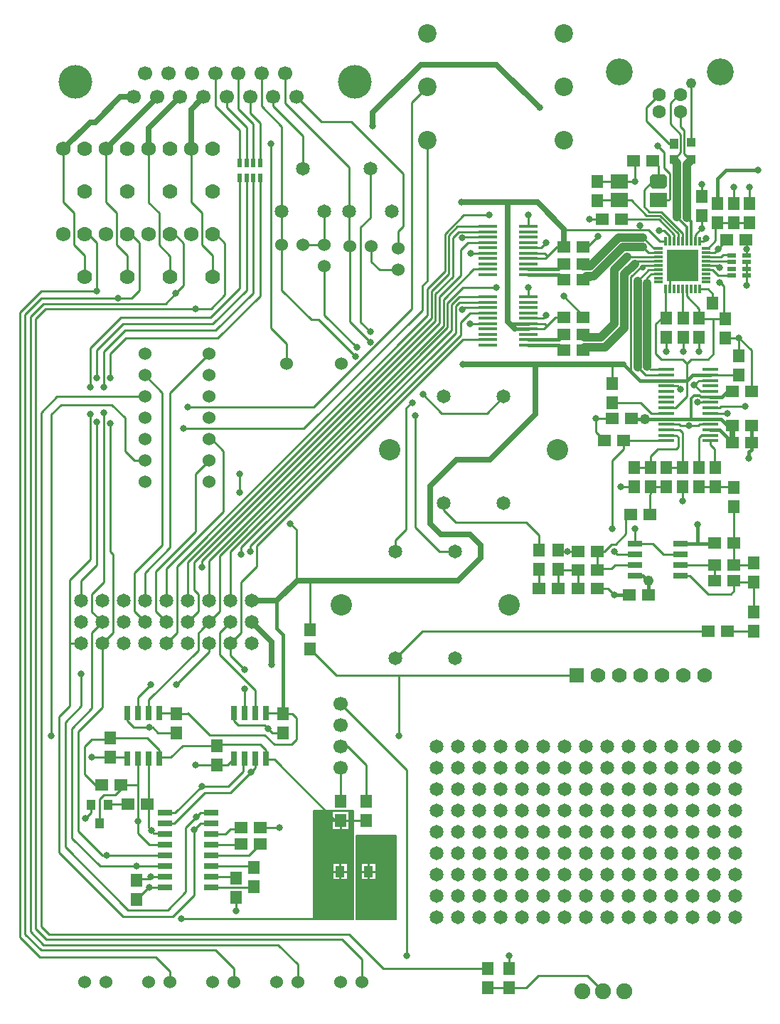
<source format=gbr>
G04 DesignSpark PCB Gerber Version 9.0 Build 5138 *
G04 #@! TF.Part,Single*
G04 #@! TF.FileFunction,Copper,L1,Top *
G04 #@! TF.FilePolarity,Positive *
%FSLAX35Y35*%
%MOIN*%
G04 #@! TA.AperFunction,SMDPad,CuDef*
%ADD105R,0.01299X0.04232*%
%ADD76R,0.02165X0.04331*%
%ADD113R,0.02913X0.06654*%
%ADD103R,0.03150X0.04528*%
%ADD79R,0.04000X0.04800*%
%ADD101R,0.04000X0.05000*%
%ADD115R,0.04370X0.05197*%
%ADD70R,0.05500X0.06000*%
%ADD102R,0.04000X0.04000*%
G04 #@! TA.AperFunction,ComponentPad*
%ADD27R,0.07000X0.07000*%
G04 #@! TA.AperFunction,SMDPad,CuDef*
%ADD106R,0.14567X0.14567*%
G04 #@! TD.AperFunction*
%ADD10C,0.00500*%
%ADD11C,0.01000*%
%ADD98C,0.01200*%
%ADD16C,0.01500*%
%ADD100C,0.01800*%
%ADD12C,0.02500*%
G04 #@! TA.AperFunction,ViaPad*
%ADD15C,0.02900*%
%ADD14C,0.03200*%
G04 #@! TD.AperFunction*
%ADD99C,0.04000*%
G04 #@! TA.AperFunction,ViaPad*
%ADD13C,0.04800*%
G04 #@! TA.AperFunction,ComponentPad*
%ADD24C,0.06000*%
%ADD18C,0.06299*%
G04 #@! TA.AperFunction,WasherPad*
%ADD17C,0.06500*%
G04 #@! TA.AperFunction,ComponentPad*
%ADD73C,0.06693*%
%ADD72C,0.06890*%
%ADD28C,0.07000*%
%ADD29C,0.07500*%
%ADD77C,0.08661*%
%ADD81C,0.10000*%
%ADD19C,0.12598*%
G04 #@! TA.AperFunction,SMDPad,CuDef*
%AMT109*0 Chamfered Rectangle Pad at angle 90*4,1,8,0.04134,-0.02165,0.04134,0.02165,0.02953,0.03346,-0.02953,0.03346,-0.04134,0.02165,-0.04134,-0.02165,-0.02953,-0.03346,0.02953,-0.03346,0.04134,-0.02165,0*%
%ADD109T109*%
%ADD104R,0.04232X0.01299*%
%ADD112R,0.09134X0.01575*%
%ADD110R,0.07559X0.01772*%
%ADD107R,0.04331X0.02165*%
%ADD114R,0.06890X0.02756*%
%ADD111R,0.06654X0.02913*%
%ADD71R,0.06000X0.05500*%
%ADD108R,0.08268X0.06693*%
G04 #@! TA.AperFunction,ComponentPad*
%ADD74C,0.15748*%
X0Y0D02*
D02*
D10*
X159000Y203074D02*
Y152074D01*
X177500*
Y203074*
X159000*
X167500Y202824D02*
X175500D01*
Y194324*
X167500*
Y202824*
X167931Y178422D02*
X174801D01*
Y170726*
X167931*
Y178422*
X159250Y174574D02*
G36*
Y152324D01*
X177250*
Y174574*
X174801*
Y170726*
X167931*
Y174574*
X159250*
G37*
Y198574D02*
G36*
Y174574D01*
X167931*
Y178422*
X174801*
Y174574*
X177250*
Y198574*
X175500*
Y194324*
X167500*
Y198574*
X159250*
G37*
Y202824D02*
G36*
Y198574D01*
X167500*
Y202824*
X159250*
G37*
X175500D02*
G36*
Y198574D01*
X177250*
Y202824*
X175500*
G37*
X179000Y191574D02*
Y152074D01*
X197500*
Y191574*
X179000*
X181199Y178422D02*
X188069D01*
Y170726*
X181199*
Y178422*
X179250Y174574D02*
G36*
Y152324D01*
X197250*
Y174574*
X188069*
Y170726*
X181199*
Y174574*
X179250*
G37*
Y191324D02*
G36*
Y174574D01*
X181199*
Y178422*
X188069*
Y174574*
X197250*
Y191324*
X179250*
G37*
D02*
D11*
X41701Y513074D02*
Y488091D01*
X46719Y483074*
Y468074*
X51701Y463091*
Y453074*
X49827Y281428D02*
X44500D01*
X54216Y388897D02*
Y320793D01*
X44500Y311077*
Y287574*
Y281428*
X54500Y205874D02*
Y202074D01*
X52000Y199574*
X55000Y228074D02*
X63500D01*
X57340Y385148D02*
Y318294D01*
X49827Y310781*
Y301428*
X57340Y446379D02*
Y469123D01*
X53389Y473074*
X51701*
X58500Y197174D02*
Y208574D01*
X60500Y210574*
X66000*
X68500Y213074*
Y215074*
X59500D02*
X56500D01*
X51500Y220074*
Y233074*
X55000Y236574*
X63000*
X63500Y237074*
X60464Y389522D02*
Y310038D01*
X55000Y304574*
Y296254*
X59827Y291428*
X61701Y513074D02*
Y488085D01*
X66712Y483074*
Y468074*
X71701Y463085*
Y453074*
X62000Y182074D02*
X60000D01*
X48500Y193574*
Y240074*
X59827Y251401*
Y281428*
X63500Y228074D02*
X70870D01*
X71500Y227444*
X63500Y237074D02*
X81000D01*
X86500Y231574*
Y227444*
X63588Y384523D02*
Y324542D01*
X64838Y323293*
Y286439*
X59827Y281428*
X67337Y443255D02*
X73709D01*
X77334Y446880*
Y469123*
X73383Y473074*
X71701*
X68500Y215074D02*
X76500D01*
X71500Y248704D02*
Y245074D01*
X74500Y242074*
X82000*
X72000Y206074D02*
X62700D01*
X62500Y205874*
X76000Y177074D02*
X58750D01*
X45500Y190324*
Y241574*
X55000Y251074*
Y286601*
X59827Y291428*
X76500Y198074D02*
Y192574D01*
X82000Y187074*
X89173*
X76500Y215074D02*
Y198074D01*
Y227444D02*
Y215074D01*
X79828Y367022D02*
X74841D01*
X70461Y371402*
Y387022*
X64213Y393270*
X40498*
X36000Y388772*
Y238074*
X79828Y397022D02*
X38599D01*
X31098Y389522*
Y148972*
X34847Y145224*
X175428*
X191546Y129105*
X240404*
X79828Y407022D02*
X87956Y398895D01*
Y327666*
X74835Y314545*
Y296420*
X79827Y291428*
X81500Y227444D02*
Y195074D01*
X82750Y193824*
X82000Y167074D02*
X81500D01*
X76000Y161574*
X82500Y172074D02*
X81500Y171074D01*
X76500*
X76000Y170574*
X82500Y262074D02*
X76500Y256074D01*
Y248704*
X82750Y193824D02*
X84000Y192574D01*
X88673*
X89173Y192074*
X86500Y248704D02*
X94370D01*
X94500Y248574*
X89173Y167074D02*
X82000D01*
X89173Y172074D02*
X82500D01*
X89173Y177074D02*
X76000D01*
X89173Y182074D02*
X62000D01*
X89173Y202074D02*
X94000D01*
X106500Y214574*
X91495Y122726D02*
Y127938D01*
X84831Y134602*
X30474*
X21102Y143974*
Y436382*
X31098Y446379*
X57340*
X91701Y453074D02*
Y462873D01*
X86500Y468074*
Y483074*
X81701Y487873*
Y513074*
X94204Y445351D02*
X97952Y449100D01*
Y458074*
X94500Y239574D02*
X86000D01*
X83500Y242074*
X82000*
X97000Y152574D02*
X164500D01*
Y174574*
X171366*
X97952Y458074D02*
Y468873D01*
X93751Y473074*
X91701*
X101701Y513074D02*
Y488072D01*
X106700Y483074*
Y468074*
X111701Y463072*
Y453074*
X103000Y194074D02*
Y163574D01*
X93000Y153574*
X69500*
X39500Y183574*
Y247074*
X44500Y252074*
Y281428*
X103576Y438256D02*
X110792D01*
X117321Y444786*
Y468873*
X113120Y473074*
X111701*
X104000Y200074D02*
X99000Y195074D01*
Y165074*
X90500Y156574*
X72000*
X42500Y186074*
Y244574*
X50000Y252074*
Y267074*
X106500Y214574D02*
X119000D01*
X126000Y221574*
Y226944*
X126500Y227444*
X109827Y281428D02*
Y277401D01*
X94500Y262074*
X109827Y291428D02*
X106500Y288101D01*
Y288074*
X104750Y286324*
Y278324*
X81500Y255074*
Y248704*
X109828Y367022D02*
X103576Y360770D01*
Y333914*
X84831Y315170*
Y296423*
X89827Y291428*
X109828Y377022D02*
X111076D01*
X116696Y371402*
Y343286*
X89827Y316417*
Y301428*
X109828Y417022D02*
X91704Y398898D01*
Y326417*
X79827Y314539*
Y301428*
X110827Y167074D02*
X130500D01*
X131000Y167574*
X110827Y172074D02*
X122000D01*
X122500Y171574*
X110827Y177074D02*
X130500D01*
X131000Y176574*
X110827Y182074D02*
X128500D01*
X134000Y187574*
X110827Y187074D02*
X124500D01*
X125000Y187574*
X110827Y192074D02*
X117500D01*
X120000Y194574*
X124500*
X125000Y195074*
X110827Y197074D02*
X106000D01*
X103000Y194074*
X110827Y202074D02*
X106000D01*
X104000Y200074*
X112732Y548629D02*
Y533342D01*
X124276Y521798*
Y506617*
X113500Y224574D02*
X103500D01*
X113500Y233574D02*
X97500D01*
X92000Y228074*
X87130*
X86500Y227444*
X119827Y281428D02*
Y275747D01*
X126500Y269074*
X119827Y291428D02*
X115000Y286601D01*
Y276113*
X131500Y259613*
Y248704*
X121495Y122726D02*
Y129178D01*
X112948Y137726*
X31098*
X23601Y145224*
Y435574*
X31101Y443074*
X67156*
X67337Y443255*
X121500Y227444D02*
X118630Y224574D01*
X113500*
X121500Y248704D02*
Y245074D01*
X123500Y243074*
X136000*
X137500Y241574*
X122500Y162574D02*
Y156074D01*
X123638Y548629D02*
Y531936D01*
X130575Y524999*
Y506617*
X124194Y360781D02*
Y352033D01*
X124276Y499531D02*
Y447850D01*
X110500Y434074*
X68500*
X54216Y419790*
Y401393*
X126500Y260074D02*
Y248704D01*
X127425Y499531D02*
Y446999D01*
X111500Y431074*
X69500*
X57340Y418914*
Y405767*
X127425Y506617D02*
Y523149D01*
X118185Y532389*
Y537448*
X129500Y221074D02*
X120000Y211574D01*
X108000*
X93500Y197074*
X89173*
X130575Y499531D02*
Y445649D01*
X113000Y428074*
X70500*
X60464Y418038*
Y401393*
X131500Y227444D02*
Y223074D01*
X129500Y221074*
X133724Y499531D02*
Y444298D01*
X114000Y424574*
X71000*
X63588Y417162*
Y405767*
X133724Y506617D02*
Y525350D01*
X129091Y529983*
Y537448*
X134000Y195074D02*
X143000D01*
X134543Y548629D02*
Y533074D01*
X144000Y523617*
Y483865*
X136500Y227444D02*
Y231574D01*
X134000Y234074*
X114000*
X113500Y233574*
X136500Y248704D02*
X144306D01*
X144436Y248574*
X137500Y241574D02*
X139500Y239574D01*
X144436*
X139996Y537448D02*
Y533074D01*
X154000Y519070*
Y503865*
X144000Y468074D02*
Y446824D01*
X157750Y433074*
X161241*
X178552Y415763*
X144000Y483865D02*
X142312D01*
X144000Y482177*
Y468074*
X145449Y548629D02*
Y534465D01*
X175430Y504483*
X175425Y483865*
X146388Y412639D02*
Y421822D01*
X139000Y429210*
Y515574*
X147937Y337663D02*
X150748Y334851D01*
Y310484*
X151000Y236574D02*
Y246574D01*
X149000Y248574*
X144436*
X151000Y236574D02*
X148500Y234074D01*
X140500*
X136000Y238574*
X110130*
X100000Y248704*
X99870Y248574*
X94500*
X151495Y122726D02*
Y131043D01*
X142313Y140225*
X32348*
X26100Y146473*
Y434574*
X32100Y440574*
X89427*
X94204Y445351*
X157309Y278805D02*
X169552Y266562D01*
X199000*
X157309Y287805D02*
Y310796D01*
X164000Y458074D02*
Y435314D01*
X179177Y420137*
X164000Y468074D02*
X154000D01*
X164000Y483865D02*
Y468074D01*
X169250Y198574D02*
X167250D01*
X169681Y174574D02*
X167681D01*
X171366Y172476D02*
Y170476D01*
Y176672D02*
Y178672D01*
X171500Y196074D02*
Y194074D01*
Y198574D02*
X169000D01*
X140500Y227074*
X136870*
X136500Y227444*
X171500Y223074D02*
Y207574D01*
Y233074D02*
X175000D01*
X183500Y224574*
Y207574*
X173051Y174574D02*
X175051D01*
X173750Y198574D02*
X175750D01*
X175425Y483865D02*
X175430Y467982D01*
X175930Y467482*
Y432131*
X185425Y422636*
X181495Y122726D02*
Y133533D01*
X172304Y142724*
X33598*
X28599Y147723*
Y433574*
X33099Y438074*
X103393*
X103576Y438256*
X182949Y174574D02*
X180949D01*
X183500Y198574D02*
X171500D01*
X184634Y172476D02*
Y170476D01*
Y174574D02*
Y182190D01*
X184500Y182324*
X184634Y176672D02*
Y178672D01*
X185425Y503865D02*
Y480743D01*
X181051Y476369*
Y432008*
X185425Y427635*
X185930Y467482D02*
Y460244D01*
X189806Y456368*
X198546*
X186319Y174574D02*
X188319D01*
X197304Y324558D02*
Y330013D01*
X202294Y335004*
Y391824*
X204794Y394324*
X205250*
X198546Y466368D02*
Y474495D01*
X201045Y476994*
Y501361*
X176678Y525729*
X162621*
X150902Y537448*
X199000Y266562D02*
Y238074D01*
Y266562D02*
X282269D01*
X202500Y135074D02*
Y222074D01*
X171500Y253074*
X206500Y388074D02*
Y335848D01*
X217791Y324558*
X225304*
X212308Y517237D02*
Y451394D01*
X209792Y448878*
Y437631*
X154185Y382024*
X97952*
X212308Y542237D02*
Y542031D01*
X205000Y534723*
Y438256*
X158765Y392021*
X99827*
X219797Y347035D02*
Y343903D01*
X225412Y338288*
X258527*
X264502Y332313*
Y325074*
X240404Y120105D02*
X250404D01*
X240636Y423742D02*
X229017D01*
X132317Y327041*
Y317669*
X124819Y310172*
Y286420*
X119827Y281428*
X240636Y431242D02*
X232380D01*
X240636Y436242D02*
X232145D01*
X227911Y432008*
Y425760*
X129193Y327041*
Y324542*
X240636Y438742D02*
X229154D01*
X228536Y438124*
Y437968*
X240636Y441242D02*
X227148D01*
X225412Y439506*
Y427010*
X124819Y326417*
Y323293*
X240636Y443742D02*
X227149D01*
X223538Y440131*
Y428259*
X119827Y324548*
Y301428*
X240636Y456690D02*
X233849D01*
X219789Y442630*
Y430134*
X109827Y320172*
Y301428*
X240636Y464190D02*
X232611D01*
X240636Y469190D02*
X231354D01*
X227911Y465748*
Y453876*
X217915Y443880*
Y431383*
X106700Y320169*
Y317044*
X240636Y471690D02*
X228636D01*
X228536Y471590*
Y471434*
X240636Y474190D02*
X226981D01*
X224163Y471371*
Y453252*
X216040Y445129*
Y432633*
X102951Y319544*
Y306423*
X104825Y304548*
Y296426*
X99827Y291428*
X240636Y476690D02*
X226357D01*
X222288Y472620*
Y454501*
X214166Y446379*
Y433883*
X99827Y319544*
Y301428*
X241263Y482039D02*
X229207D01*
X220414Y473245*
Y455751*
X212291Y447628*
Y435132*
X94828Y317669*
Y286429*
X89827Y281428*
X244630Y448074D02*
X228982D01*
X221663Y440756*
Y429509*
X114822Y322668*
Y296423*
X109827Y291428*
X247797Y397035D02*
X240086Y389324D01*
X219000*
X210250Y398074*
X250404Y120105D02*
X258400D01*
X264150Y125855*
X287113*
X294608Y118360*
X250404Y129105D02*
X250500D01*
Y135074*
X259613Y428742D02*
X267048D01*
X268380Y430074*
X259613Y431242D02*
X267212D01*
X268380Y430074*
X259613Y433742D02*
X266548D01*
X267880Y435074*
X259613Y443742D02*
Y448074D01*
Y461690D02*
X267496D01*
X268630Y462824*
X259613Y464190D02*
X267264D01*
X268630Y462824*
X259613Y466690D02*
X265631D01*
X268029Y469088*
X259613Y476690D02*
Y482039D01*
X264502Y316074D02*
Y307074D01*
X268380Y430074D02*
X272380Y434074D01*
X276380*
X268630Y462824D02*
X272880Y467074D01*
X276380*
X273502Y316074D02*
Y307074D01*
X277896Y324574D02*
X282752D01*
Y315824D02*
Y307074D01*
Y315824D02*
X273752D01*
X273502Y316074*
X282752Y324574D02*
X274002D01*
X273502Y325074*
X285261Y451698D02*
X288550D01*
X291909Y455057*
X285261Y459310D02*
Y458076D01*
X285380Y434074D02*
Y434895D01*
X276201Y444074*
X285380Y467074D02*
X287380D01*
X292380Y472074*
X285818Y424754D02*
X285280Y425292D01*
Y426127*
X285943Y420136D02*
X285280Y419473D01*
Y418763*
X286803Y453459D02*
X285261Y451917D01*
Y451698*
X291752Y307074D02*
X297002D01*
X299752Y304324*
X291752Y324574D02*
Y315824D01*
X291812Y497774D02*
X302306D01*
X302351Y497730*
X294176Y480170D02*
X288380D01*
X295380Y376574D02*
X291380Y380574D01*
Y386824*
X298880D02*
X291380D01*
X298880Y403074D02*
Y412074D01*
X299752Y304324D02*
X300002Y304074D01*
X302351Y489068D02*
X292106D01*
X291812Y488774*
X302351Y497730D02*
X309500D01*
X304380Y376574D02*
Y372574D01*
X298880Y367074*
Y335164*
X307630Y341824D02*
Y341702D01*
X305252Y339324*
Y332718*
X300524Y327990*
X298720*
X295304Y324574*
X291752*
X309380Y354824D02*
X302880D01*
X309500Y497730D02*
Y507006D01*
X308880Y507626*
X309502Y335164D02*
Y328444D01*
X309622Y328324*
Y318324D02*
X300252D01*
X298502Y316574*
X292502*
X291752Y315824*
X309622Y323324D02*
X301252D01*
X300002Y324574*
X310779Y410927D02*
X314557Y407149D01*
X324354*
X311880Y475074D02*
Y477074D01*
Y475074D02*
X276380D01*
X313275Y467062D02*
X315857Y464480D01*
X320709*
X315380Y450089D02*
Y452943D01*
X317074Y454637*
X320709*
X316880Y354824D02*
Y351574D01*
X316630Y351324*
Y341824*
X316880Y363824D02*
X309380D01*
X320461Y489068D02*
X325374D01*
X325880Y489574*
Y501574*
X323380Y504074*
Y511574*
X320380Y514574*
X320461Y497730D02*
Y505045D01*
X317880Y507626*
X320461Y497730D02*
X317609D01*
X313777Y493898*
Y486035*
X316148Y483664*
X321880*
X331880Y473664*
Y469745*
X320709Y456606D02*
X316047D01*
X310779Y451337*
X320709Y458574D02*
X313509D01*
Y457574*
X313380*
X320709Y458574D02*
X313159D01*
X307659Y453074*
Y408795*
X320709Y460543D02*
X310757D01*
X309531Y459324*
X320709Y462511D02*
X305978D01*
X320709Y466448D02*
X318507D01*
X313275Y471680*
X324006Y447403D02*
Y434198D01*
X324380Y433824*
X324006Y469745D02*
X321209D01*
X315880Y475074*
X311880*
X324354Y376440D02*
X304514D01*
X304380Y376574*
X324354Y378999D02*
X328955D01*
X329880Y378074*
Y373574*
X328880Y372574*
X320380*
X316880Y369074*
Y363824*
X324354Y381558D02*
X330396D01*
X331880Y380074*
Y363824*
X324354Y384117D02*
X330337D01*
X330880Y383574*
X334880*
X324354Y389235D02*
X317219D01*
X312380Y394074*
X298880*
X324354Y391794D02*
X328616D01*
X333896Y397074*
Y404590*
X324354Y402031D02*
X329423D01*
X330880Y400574*
X324354Y409708D02*
X316974D01*
X315380Y411302*
X324380Y354824D02*
X316880D01*
X324380Y363824D02*
X331880D01*
X324380Y424824D02*
Y418074D01*
Y433824D02*
X322130D01*
X319380Y431074*
Y417074*
X321880Y414574*
X331880*
X333880Y412574*
X325974Y447403D02*
Y452669D01*
X331880Y458574*
X325974Y469745D02*
Y472334D01*
X323384Y474925*
X321013*
X327746Y508074D02*
Y508241D01*
X330997Y511492*
Y519854*
X326130Y524721*
Y534588*
X330052Y538511*
X330801*
X327746Y515574D02*
X325417D01*
X314897Y526094*
Y532450*
X320959Y538511*
X327943Y469745D02*
Y473011D01*
X320880Y480074*
X303176*
Y480170*
X329911Y469745D02*
Y473385D01*
X321380Y481917*
X314987*
X307836Y489068*
X302351*
X330801Y530637D02*
Y523669D01*
X332619Y521851*
Y510826*
X335371Y508074*
X335746*
X330881Y313324D02*
X335252D01*
X344002Y304574*
X354502*
X356002Y306074*
Y310824*
X330881Y318324D02*
X347002D01*
X330881Y323324D02*
X322752D01*
X317752Y328324*
X309622*
X331880Y354824D02*
Y348074D01*
Y447403D02*
Y434074D01*
X332130Y433824*
X331880Y458574D02*
X336380Y463074D01*
X332130Y424824D02*
Y418074D01*
X333848Y447403D02*
Y444106D01*
X339630Y438324*
Y433824*
X333880Y412574D02*
Y405106D01*
X333896Y405090*
Y404590*
X335746Y516074D02*
Y543941D01*
X336380Y453876D02*
Y454074D01*
X331880Y458574*
X337380Y402574D02*
X340482Y399472D01*
X344906*
X337785Y469745D02*
Y472980D01*
X340880Y476074*
Y481737*
X339630Y354824D02*
X347130D01*
X339630Y363824D02*
Y377824D01*
X340880Y379074*
X344831*
X344906Y378999*
X339630Y424824D02*
Y418074D01*
Y433824D02*
Y433574D01*
X346380*
Y417074*
X343880Y414574*
X335880*
X333880Y412574*
X339754Y447403D02*
X343726D01*
X345999Y445129*
Y440756*
X339754Y469745D02*
X341551D01*
X342880Y471074*
X340880Y481737D02*
Y475744D01*
Y490737D02*
Y496363D01*
X343051Y456606D02*
X345848D01*
X348604Y453850*
X354837*
X343051Y458574D02*
X349123D01*
Y457574*
X349380*
X343051Y460543D02*
X354443D01*
X354837Y460149*
X343051Y462511D02*
X349748D01*
X350811Y463574*
X354561*
X354837Y463298*
X343051Y464480D02*
X346880D01*
Y464574*
X348589Y466283*
X343051Y466448D02*
X343754D01*
X347380Y470074*
Y477574*
X348380Y478574*
X343998Y287054D02*
X209800D01*
X197304Y274558*
X344906Y376440D02*
Y374548D01*
X346880Y372574*
Y364074*
X347130Y363824*
X344906Y384117D02*
X339923D01*
X339380Y383574*
X334880*
X344906Y389235D02*
X352880D01*
X344906Y391794D02*
X349100D01*
X349952Y392646*
X361380*
X344906Y394354D02*
X338880D01*
X344906Y404590D02*
X339396D01*
X337380Y402574*
X344906Y407149D02*
X358205D01*
X358380Y407324*
X347002Y318324D02*
Y310824D01*
X347130Y354824D02*
X355630D01*
X355880Y354574*
X348380Y478574D02*
X355880D01*
X348589Y466283D02*
X349880Y467574D01*
Y467748*
X352706Y470574*
X349380Y450574D02*
Y450752D01*
X351380Y448752*
Y434074*
X351880Y433574*
Y424574D02*
X358380D01*
X351880Y433574D02*
X339880D01*
X339630Y433824*
X355880Y345574D02*
Y339696D01*
X356002Y339574*
Y328574*
X355880Y478574D02*
X363380D01*
X355880Y495074D02*
Y487574D01*
X356002Y318324D02*
Y328574D01*
Y318324D02*
X364502D01*
X365252Y319074*
X358380Y416324D02*
Y424574D01*
X361923Y453850D02*
Y449074D01*
Y460149D02*
Y453850D01*
Y463298D02*
Y466074D01*
Y470356*
X361706Y470574*
X363380Y487574D02*
Y495074D01*
X364130Y399574D02*
Y418824D01*
X358380Y424574*
X365252Y287324D02*
X362244D01*
Y287054*
X352998*
X365252Y296324D02*
Y310074D01*
X356752*
X356002Y310824*
D02*
D12*
X74563Y537448D02*
X68374D01*
X56500Y525574*
X54201*
X41701Y513074*
X85469Y537448D02*
Y536574D01*
X85000*
X69000Y520574*
Y520373*
X61701Y513074*
X96374Y537448D02*
X81701Y522775D01*
Y513074*
X101701D02*
Y527873D01*
X101500Y528074*
Y531669*
X107280Y537448*
X129827Y291428D02*
X139189Y282065D01*
Y271434*
X129827Y301428D02*
X141500D01*
X141692*
X150748Y310484*
X151061Y310796*
X157309*
X226662*
X237283Y321418*
Y327666*
X232285Y332665*
X218539*
X213541Y337663*
Y355157*
X226037Y367654*
X241657*
X262900Y388897*
Y412074*
X228880D02*
X262900D01*
X249880Y488074D02*
Y432074D01*
X250796Y431158*
X249880Y488074D02*
X228380D01*
X250796Y431158D02*
X253212Y428742D01*
X262900Y412074D02*
X298880D01*
X264775Y532475D02*
X244655Y552595D01*
X209167*
X186674Y530102*
Y523854*
X276380Y467074D02*
Y475074D01*
Y475574*
X263880Y488074*
X249880*
X298880Y412074D02*
X304380D01*
X355130Y383574D02*
Y375574D01*
D02*
D13*
X314380Y386676D03*
X315752Y310824D03*
X335746Y543941D03*
D02*
D14*
X36000Y238074D03*
X50000Y267074D03*
X52000Y199574D03*
X54216Y388897D03*
Y401393D03*
X55000Y228074D03*
X57340Y385148D03*
Y405767D03*
Y446379D03*
X60464Y389522D03*
Y401393D03*
X62000Y182074D03*
X63588Y384523D03*
Y405767D03*
X67337Y443255D03*
X76000Y177074D03*
X76500Y198074D03*
X82000Y167074D03*
Y242074D03*
X82500Y172074D03*
Y262074D03*
X82750Y193824D03*
X94204Y445351D03*
X94500Y262074D03*
X97000Y152574D03*
X97952Y382024D03*
X99827Y392021D03*
X103000Y194074D03*
X103500Y224574D03*
X103576Y438256D03*
X104000Y200074D03*
X106500Y214574D03*
X106700Y317044D03*
X122500Y156074D03*
X124194Y352033D03*
Y360781D03*
X124819Y323293D03*
X126500Y260074D03*
Y269074D03*
X129193Y324542D03*
X129500Y221074D03*
X137500Y241574D03*
X139000Y515574D03*
X139189Y271434D03*
X143000Y195074D03*
X147937Y337663D03*
X178552Y415763D03*
X179177Y420137D03*
X184500Y182324D03*
X185425Y422636D03*
Y427635D03*
X186674Y523854D03*
X199000Y238074D03*
X202500Y135074D03*
X205250Y394324D03*
X206500Y388074D03*
X210250Y398074D03*
X228380Y488074D03*
X228536Y437968D03*
Y471434D03*
X228880Y412074D03*
X232380Y431242D03*
X232611Y464190D03*
X241263Y482039D03*
X244630Y448074D03*
X250500Y135074D03*
X259613Y448074D03*
Y482039D03*
X264775Y532475D03*
X267880Y435074D03*
X268029Y469088D03*
X276201Y444074D03*
X277896Y324574D03*
X288380Y480170D03*
X291380Y386824D03*
X291433Y461195D03*
X291909Y455057D03*
X292380Y472074D03*
X292891Y420136D03*
X293431Y424754D03*
X298880Y335164D03*
X299752Y304324D03*
X300002Y324574D03*
X302880Y354824D03*
X309500Y497730D03*
X309502Y335164D03*
X311880Y477074D03*
X320380Y514574D03*
X321013Y474925D03*
X324380Y418074D03*
X330880Y400574D03*
X331880Y348074D03*
X332130Y418074D03*
X334880Y383574D03*
X336380Y453876D03*
Y463074D03*
X337380Y402574D03*
X338880Y394354D03*
X339002Y337074D03*
X339630Y418074D03*
X340880Y475744D03*
Y496363D03*
X342880Y471074D03*
X348589Y466283D03*
X349380Y450574D03*
Y457574D03*
X352880Y389235D03*
X355880Y495074D03*
X358380Y424574D03*
X361380Y392646D03*
X361923Y449074D03*
Y466074D03*
X362880Y368074D03*
X363380Y495074D03*
X367380Y503074D03*
D02*
D15*
X313380Y457574D03*
D02*
D16*
X141500Y301428D02*
Y288574D01*
X144436Y285638*
Y248574*
X253212Y428742D02*
X259613D01*
Y431242D02*
X250880D01*
X250796Y431158*
X300002Y304074D02*
X307002D01*
X309622Y313324D02*
X313252D01*
X315752Y310824*
X314380Y386676D02*
X308028D01*
X307880Y386824*
X315752Y310824D02*
X316002Y310574D01*
Y304074*
X324354Y386676D02*
X314380D01*
X329125Y485328D02*
X329154Y485357D01*
X329345*
X329125D02*
X329345D01*
Y495791D02*
X329125D01*
X329345D02*
X329125D01*
X330881Y328324D02*
X339002D01*
X333676Y495791D02*
X333867D01*
X333676D02*
X333867D01*
Y485192D02*
X333702Y485357D01*
X333676*
X333867D02*
X333676D01*
X335880Y386676D02*
X324354D01*
X339002Y328324D02*
Y337074D01*
Y328324D02*
X346752D01*
X347002Y328574*
X344906Y381558D02*
X349146D01*
X355130Y375574*
X344906Y386676D02*
X335880D01*
X355130Y383574D02*
X352880D01*
X349778Y386676*
X344906*
X355130Y399574D02*
X352880D01*
X350219Y396913*
X344906*
X364130Y375574D02*
Y372324D01*
X362880Y371074*
Y368074*
X364130Y383574D02*
Y375574D01*
X367380Y503074D02*
X352380D01*
X348380Y499074*
Y487574*
D02*
D17*
X49827Y281428D03*
Y291428D03*
Y301428D03*
X59827Y281428D03*
Y291428D03*
Y301428D03*
X69827Y281428D03*
Y291428D03*
Y301428D03*
X79827Y281428D03*
Y291428D03*
Y301428D03*
X89827Y281428D03*
Y291428D03*
Y301428D03*
X99827Y281428D03*
Y291428D03*
Y301428D03*
X109827Y281428D03*
Y291428D03*
Y301428D03*
X119827Y281428D03*
Y291428D03*
Y301428D03*
X129827Y281428D03*
Y291428D03*
Y301428D03*
X144000Y483865D03*
X154000Y503865D03*
X164000Y483865D03*
X175425D03*
X185425Y503865D03*
X195425Y483865D03*
X197304Y274558D03*
Y324558D03*
X216500Y153074D03*
Y163074D03*
Y173074D03*
Y183074D03*
Y193074D03*
Y203074D03*
Y213074D03*
Y223074D03*
Y233074D03*
X219797Y347035D03*
Y397035D03*
X225304Y274558D03*
Y324558D03*
X226500Y153074D03*
Y163074D03*
Y173074D03*
Y183074D03*
Y193074D03*
Y203074D03*
Y213074D03*
Y223074D03*
Y233074D03*
X236500Y153074D03*
Y163074D03*
Y173074D03*
Y183074D03*
Y193074D03*
Y203074D03*
Y213074D03*
Y223074D03*
Y233074D03*
X246500Y153074D03*
Y163074D03*
Y173074D03*
Y183074D03*
Y193074D03*
Y203074D03*
Y213074D03*
Y223074D03*
Y233074D03*
X247797Y347035D03*
Y397035D03*
X256500Y153074D03*
Y163074D03*
Y173074D03*
Y183074D03*
Y193074D03*
Y203074D03*
Y213074D03*
Y223074D03*
Y233074D03*
X266500Y153074D03*
Y163074D03*
Y173074D03*
Y183074D03*
Y193074D03*
Y203074D03*
Y213074D03*
Y223074D03*
Y233074D03*
X276500Y153074D03*
Y163074D03*
Y173074D03*
Y183074D03*
Y193074D03*
Y203074D03*
Y213074D03*
Y223074D03*
Y233074D03*
X286500Y153074D03*
Y163074D03*
Y173074D03*
Y183074D03*
Y193074D03*
Y203074D03*
Y213074D03*
Y223074D03*
Y233074D03*
X296500Y153074D03*
Y163074D03*
Y173074D03*
Y183074D03*
Y193074D03*
Y203074D03*
Y213074D03*
Y223074D03*
Y233074D03*
X306500Y153074D03*
Y163074D03*
Y173074D03*
Y183074D03*
Y193074D03*
Y203074D03*
Y213074D03*
Y223074D03*
Y233074D03*
X316500Y153074D03*
Y163074D03*
Y173074D03*
Y183074D03*
Y193074D03*
Y203074D03*
Y213074D03*
Y223074D03*
Y233074D03*
X326500Y153074D03*
Y163074D03*
Y173074D03*
Y183074D03*
Y193074D03*
Y203074D03*
Y213074D03*
Y223074D03*
Y233074D03*
X336500Y153074D03*
Y163074D03*
Y173074D03*
Y183074D03*
Y193074D03*
Y203074D03*
Y213074D03*
Y223074D03*
Y233074D03*
X346500Y153074D03*
Y163074D03*
Y173074D03*
Y183074D03*
Y193074D03*
Y203074D03*
Y213074D03*
Y223074D03*
Y233074D03*
X356500Y153074D03*
Y163074D03*
Y173074D03*
Y183074D03*
Y193074D03*
Y203074D03*
Y213074D03*
Y223074D03*
Y233074D03*
D02*
D18*
X320959Y530637D03*
Y538511D03*
X330801Y530637D03*
Y538511D03*
D02*
D19*
X302179Y549180D03*
X349581D03*
D02*
D70*
X63500Y228074D03*
Y237074D03*
X76000Y161574D03*
Y170574D03*
X94500Y239574D03*
Y248574D03*
X113500Y224574D03*
Y233574D03*
X122500Y162574D03*
Y171574D03*
X131000Y167574D03*
Y176574D03*
X144436Y239574D03*
Y248574D03*
X157309Y278805D03*
Y287805D03*
X171500Y198574D03*
Y207574D03*
X183500Y198574D03*
Y207574D03*
X240404Y120105D03*
Y129105D03*
X250404Y120105D03*
Y129105D03*
X264502Y316074D03*
Y325074D03*
X273502Y316074D03*
Y325074D03*
X291812Y488774D03*
Y497774D03*
X298880Y394074D03*
Y403074D03*
X309380Y354824D03*
Y363824D03*
X316880Y354824D03*
Y363824D03*
X324380Y354824D03*
Y363824D03*
Y424824D03*
Y433824D03*
X331880Y354824D03*
Y363824D03*
X332130Y424824D03*
Y433824D03*
X339630Y354824D03*
Y363824D03*
Y424824D03*
Y433824D03*
X340880Y481737D03*
Y490737D03*
X345999Y440756D03*
X347130Y354824D03*
Y363824D03*
X348380Y478574D03*
Y487574D03*
X351880Y424574D03*
Y433574D03*
X355880Y345574D03*
Y354574D03*
Y478574D03*
Y487574D03*
X358380Y407324D03*
Y416324D03*
X363380Y478574D03*
Y487574D03*
X365252Y287324D03*
Y296324D03*
Y310074D03*
Y319074D03*
D02*
D71*
X59500Y215074D03*
X68500D03*
X72000Y206074D03*
X81000D03*
X125000Y187574D03*
Y195074D03*
X134000Y187574D03*
Y195074D03*
X264502Y307074D03*
X273502D03*
X276261Y451698D03*
Y459310D03*
X276280Y418763D03*
Y426127D03*
X276380Y434074D03*
Y467074D03*
X282752Y307074D03*
Y315824D03*
Y324574D03*
X285261Y451698D03*
Y459310D03*
X285280Y418763D03*
Y426127D03*
X285380Y434074D03*
Y467074D03*
X291752Y307074D03*
Y315824D03*
Y324574D03*
X294176Y480170D03*
X295380Y376574D03*
X298880Y386824D03*
X303176Y480170D03*
X304380Y376574D03*
X307002Y304074D03*
X307630Y341824D03*
X307880Y386824D03*
X308880Y507626D03*
X316002Y304074D03*
X316630Y341824D03*
X317880Y507626D03*
X343998Y287054D03*
X347002Y310824D03*
Y318324D03*
Y328574D03*
X352706Y470574D03*
X352998Y287054D03*
X355130Y375574D03*
Y383574D03*
Y399574D03*
X356002Y310824D03*
Y318324D03*
Y328574D03*
X361706Y470574D03*
X364130Y375574D03*
Y383574D03*
Y399574D03*
D02*
D24*
X51495Y122726D03*
X61495D03*
X79828Y357022D03*
Y367022D03*
Y377022D03*
Y387022D03*
Y397022D03*
Y407022D03*
Y417022D03*
X81495Y122726D03*
X91495D03*
X109828Y357022D03*
Y367022D03*
Y377022D03*
Y387022D03*
Y397022D03*
Y407022D03*
Y417022D03*
X111495Y122726D03*
X121495D03*
X141495D03*
X144000Y468074D03*
X146388Y412639D03*
X151495Y122726D03*
X154000Y468074D03*
X164000Y458074D03*
Y468074D03*
X171495Y122726D03*
X171978Y412639D03*
X175930Y467482D03*
X181495Y122726D03*
X185930Y467482D03*
X198546Y456368D03*
Y466368D03*
D02*
D27*
X282269Y266562D03*
D02*
D28*
X51701Y453074D03*
Y473074D03*
Y493074D03*
Y513074D03*
X71701Y453074D03*
Y473074D03*
Y493074D03*
Y513074D03*
X91701Y453074D03*
Y473074D03*
Y493074D03*
Y513074D03*
X111701Y453074D03*
Y473074D03*
Y493074D03*
Y513074D03*
X292269Y266562D03*
X302269D03*
X312269D03*
X322269D03*
X332269D03*
X342269D03*
D02*
D29*
X284765Y118360D03*
X294608D03*
X304450D03*
D02*
D72*
X41701Y473074D03*
Y513074D03*
X51701Y473074D03*
Y513074D03*
X61701Y473074D03*
Y513074D03*
X71701Y473074D03*
Y513074D03*
X81701Y473074D03*
Y513074D03*
X91701Y473074D03*
Y513074D03*
X101701Y473074D03*
Y513074D03*
X111701Y473074D03*
Y513074D03*
D02*
D73*
X74563Y537448D03*
X80016Y548629D03*
X85469Y537448D03*
X90921Y548629D03*
X96374Y537448D03*
X101827Y548629D03*
X107280Y537448D03*
X112732Y548629D03*
X118185Y537448D03*
X123638Y548629D03*
X129091Y537448D03*
X134543Y548629D03*
X139996Y537448D03*
X145449Y548629D03*
X150902Y537448D03*
X171500Y223074D03*
Y233074D03*
Y243074D03*
Y253074D03*
D02*
D74*
X47181Y544613D03*
X178283D03*
D02*
D76*
X124276Y499531D03*
Y506617D03*
X127425Y499531D03*
Y506617D03*
X130575Y499531D03*
Y506617D03*
X133724Y499531D03*
Y506617D03*
D02*
D77*
X212308Y517237D03*
Y542237D03*
Y567237D03*
X276206Y517237D03*
Y542237D03*
Y567237D03*
D02*
D79*
X54500Y205874D03*
X58500Y197174D03*
X62500Y205874D03*
D02*
D81*
X172004Y299558D03*
X194497Y372035D03*
X250604Y299558D03*
X273097Y372035D03*
D02*
D98*
X333848Y469745D02*
Y476422D01*
X329125Y481146*
X335817Y469745D02*
Y479043D01*
X333867Y480993*
X344906Y396913D02*
X340541D01*
X339880Y397574*
X337380*
X335880Y396074*
Y386676*
D02*
D99*
X285261Y458076D02*
X288439D01*
X289548Y459185*
Y459310*
X291433Y461195*
X291909Y455057D02*
X303915Y467062D01*
X313275*
X291909Y455057D02*
X290311Y453459D01*
X286803*
X292891Y420136D02*
X285943D01*
X293431Y424754D02*
X285818D01*
X305978Y462511D02*
X299921Y456454D01*
Y431244*
X293431Y424754*
X309531Y459324D02*
X304539Y454574D01*
Y429247*
X295428Y420136*
X292891*
X310779Y451337D02*
Y448574D01*
Y410927*
X313275Y471680D02*
X301918D01*
X291433Y461195*
X315380Y411302D02*
Y449074D01*
Y450089*
X329125Y481146D02*
Y485328D01*
Y495791D02*
Y506475D01*
X327746Y507854*
Y508074*
X329125Y495791D02*
Y485357D01*
X333867Y480993D02*
Y485192D01*
Y495791D02*
Y506004D01*
X335746Y507882*
Y508074*
X333867Y495791D02*
Y485357D01*
D02*
D100*
X259613Y421242D02*
X273802D01*
X276280Y418763*
X259613Y423742D02*
X273895D01*
X276280Y426127*
X259613Y454190D02*
X273770D01*
X276261Y451698*
X259613Y456690D02*
X273641D01*
X276261Y459310*
X304380Y412074D02*
X307659Y408795D01*
X311864Y404590*
X324354*
X333896D02*
X324354D01*
X344906Y407149D02*
X336455D01*
X333896Y404590*
D02*
D101*
X327746Y515574D03*
D02*
D102*
Y508074D03*
X335746D03*
Y516074D03*
D02*
D103*
X329345Y485357D03*
Y495791D03*
X333676Y485357D03*
Y495791D03*
D02*
D104*
X320709Y450700D03*
Y452669D03*
Y454637D03*
Y456606D03*
Y458574D03*
Y460543D03*
Y462511D03*
Y464480D03*
Y466448D03*
X343051Y450700D03*
Y452669D03*
Y454637D03*
Y456606D03*
Y458574D03*
Y460543D03*
Y462511D03*
Y464480D03*
Y466448D03*
D02*
D105*
X324006Y447403D03*
Y469745D03*
X325974Y447403D03*
Y469745D03*
X327943Y447403D03*
Y469745D03*
X329911Y447403D03*
Y469745D03*
X331880Y447403D03*
Y469745D03*
X333848Y447403D03*
Y469745D03*
X335817Y447403D03*
Y469745D03*
X337785Y447403D03*
Y469745D03*
X339754Y447403D03*
Y469745D03*
D02*
D106*
X331880Y458574D03*
D02*
D107*
X354837Y453850D03*
Y456999D03*
Y460149D03*
Y463298D03*
X361923Y453850D03*
Y456999D03*
Y460149D03*
Y463298D03*
D02*
D108*
X302351Y489068D03*
Y497730D03*
X320461Y489068D03*
D02*
D109*
Y497730D03*
D02*
D110*
X324354Y376440D03*
Y378999D03*
Y381558D03*
Y384117D03*
Y386676D03*
Y389235D03*
Y391794D03*
Y394354D03*
Y396913D03*
Y399472D03*
Y402031D03*
Y404590D03*
Y407149D03*
Y409708D03*
X344906Y376440D03*
Y378999D03*
Y381558D03*
Y384117D03*
Y386676D03*
Y389235D03*
Y391794D03*
Y394354D03*
Y396913D03*
Y399472D03*
Y402031D03*
Y404590D03*
Y407149D03*
Y409708D03*
D02*
D111*
X309622Y313324D03*
Y318324D03*
Y323324D03*
Y328324D03*
X330881Y313324D03*
Y318324D03*
Y323324D03*
Y328324D03*
D02*
D112*
X240636Y421242D03*
Y423742D03*
Y426242D03*
Y428742D03*
Y431242D03*
Y433742D03*
Y436242D03*
Y438742D03*
Y441242D03*
Y443742D03*
Y454190D03*
Y456690D03*
Y459190D03*
Y461690D03*
Y464190D03*
Y466690D03*
Y469190D03*
Y471690D03*
Y474190D03*
Y476690D03*
X259613Y421242D03*
Y423742D03*
Y426242D03*
Y428742D03*
Y431242D03*
Y433742D03*
Y436242D03*
Y438742D03*
Y441242D03*
Y443742D03*
Y454190D03*
Y456690D03*
Y459190D03*
Y461690D03*
Y464190D03*
Y466690D03*
Y469190D03*
Y471690D03*
Y474190D03*
Y476690D03*
D02*
D113*
X71500Y227444D03*
Y248704D03*
X76500Y227444D03*
Y248704D03*
X81500Y227444D03*
Y248704D03*
X86500Y227444D03*
Y248704D03*
X121500Y227444D03*
Y248704D03*
X126500Y227444D03*
Y248704D03*
X131500Y227444D03*
Y248704D03*
X136500Y227444D03*
Y248704D03*
D02*
D114*
X89173Y167074D03*
Y172074D03*
Y177074D03*
Y182074D03*
Y187074D03*
Y192074D03*
Y197074D03*
Y202074D03*
X110827Y167074D03*
Y172074D03*
Y177074D03*
Y182074D03*
Y187074D03*
Y192074D03*
Y197074D03*
Y202074D03*
D02*
D115*
X171366Y174574D03*
X184634D03*
X0Y0D02*
M02*

</source>
